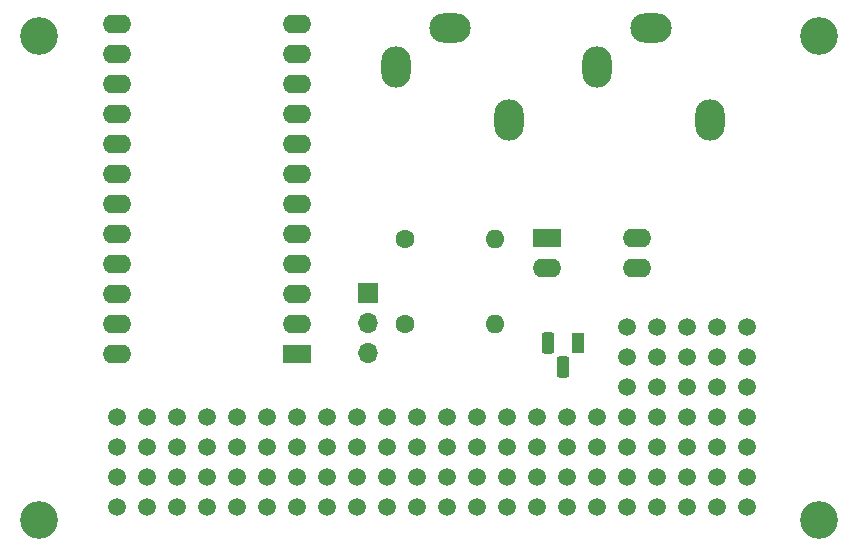
<source format=gbr>
%TF.GenerationSoftware,KiCad,Pcbnew,(6.0.2)*%
%TF.CreationDate,2022-03-17T13:29:54+09:00*%
%TF.ProjectId,KiCad,4b694361-642e-46b6-9963-61645f706362,rev?*%
%TF.SameCoordinates,Original*%
%TF.FileFunction,Soldermask,Bot*%
%TF.FilePolarity,Negative*%
%FSLAX46Y46*%
G04 Gerber Fmt 4.6, Leading zero omitted, Abs format (unit mm)*
G04 Created by KiCad (PCBNEW (6.0.2)) date 2022-03-17 13:29:54*
%MOMM*%
%LPD*%
G01*
G04 APERTURE LIST*
G04 Aperture macros list*
%AMRoundRect*
0 Rectangle with rounded corners*
0 $1 Rounding radius*
0 $2 $3 $4 $5 $6 $7 $8 $9 X,Y pos of 4 corners*
0 Add a 4 corners polygon primitive as box body*
4,1,4,$2,$3,$4,$5,$6,$7,$8,$9,$2,$3,0*
0 Add four circle primitives for the rounded corners*
1,1,$1+$1,$2,$3*
1,1,$1+$1,$4,$5*
1,1,$1+$1,$6,$7*
1,1,$1+$1,$8,$9*
0 Add four rect primitives between the rounded corners*
20,1,$1+$1,$2,$3,$4,$5,0*
20,1,$1+$1,$4,$5,$6,$7,0*
20,1,$1+$1,$6,$7,$8,$9,0*
20,1,$1+$1,$8,$9,$2,$3,0*%
G04 Aperture macros list end*
%ADD10C,1.500000*%
%ADD11C,1.600000*%
%ADD12O,1.600000X1.600000*%
%ADD13O,2.400000X1.600000*%
%ADD14R,2.400000X1.600000*%
%ADD15RoundRect,0.275000X0.275000X0.625000X-0.275000X0.625000X-0.275000X-0.625000X0.275000X-0.625000X0*%
%ADD16R,1.100000X1.800000*%
%ADD17C,3.200000*%
%ADD18R,1.700000X1.700000*%
%ADD19O,1.700000X1.700000*%
%ADD20O,2.500000X3.500000*%
%ADD21O,3.500000X2.500000*%
G04 APERTURE END LIST*
D10*
%TO.C,*%
X160020000Y-114300000D03*
%TD*%
%TO.C,*%
X162560000Y-114300000D03*
%TD*%
%TO.C,*%
X147320000Y-114300000D03*
%TD*%
%TO.C,*%
X152400000Y-114300000D03*
%TD*%
%TO.C,*%
X149860000Y-114300000D03*
%TD*%
%TO.C,*%
X144780000Y-114300000D03*
%TD*%
%TO.C,*%
X157480000Y-114300000D03*
%TD*%
%TO.C,*%
X154940000Y-114300000D03*
%TD*%
%TO.C,*%
X134620000Y-114300000D03*
%TD*%
%TO.C,*%
X142240000Y-114300000D03*
%TD*%
%TO.C,*%
X139700000Y-114300000D03*
%TD*%
%TO.C,*%
X137160000Y-114300000D03*
%TD*%
%TO.C,*%
X132080000Y-114300000D03*
%TD*%
%TO.C,*%
X129540000Y-114300000D03*
%TD*%
D11*
%TO.C,R2*%
X153990000Y-106400000D03*
D12*
X161610000Y-106400000D03*
%TD*%
D13*
%TO.C,U2*%
X129545000Y-108975000D03*
X129545000Y-106435000D03*
X129545000Y-103895000D03*
X129545000Y-101355000D03*
X129545000Y-98815000D03*
X129545000Y-96275000D03*
X129545000Y-93735000D03*
X129545000Y-91195000D03*
X129545000Y-88655000D03*
X129545000Y-86115000D03*
X129545000Y-83575000D03*
X129545000Y-81035000D03*
X144785000Y-81035000D03*
X144785000Y-83575000D03*
X144785000Y-86115000D03*
X144785000Y-88655000D03*
X144785000Y-91195000D03*
X144785000Y-93735000D03*
X144785000Y-96275000D03*
X144785000Y-98815000D03*
X144785000Y-101355000D03*
X144785000Y-103895000D03*
X144785000Y-106435000D03*
D14*
X144785000Y-108975000D03*
%TD*%
D10*
%TO.C,*%
X175260000Y-106680000D03*
%TD*%
%TO.C,*%
X180340000Y-106680000D03*
%TD*%
%TO.C,*%
X177800000Y-106680000D03*
%TD*%
%TO.C,*%
X172720000Y-106680000D03*
%TD*%
%TO.C,*%
X182880000Y-106680000D03*
%TD*%
%TO.C,*%
X182880000Y-109220000D03*
%TD*%
%TO.C,*%
X172720000Y-109220000D03*
%TD*%
%TO.C,*%
X177800000Y-109220000D03*
%TD*%
%TO.C,*%
X180340000Y-109220000D03*
%TD*%
%TO.C,*%
X175260000Y-109220000D03*
%TD*%
%TO.C,*%
X165100000Y-114300000D03*
%TD*%
%TO.C,*%
X182880000Y-114300000D03*
%TD*%
%TO.C,*%
X182880000Y-111760000D03*
%TD*%
%TO.C,*%
X182880000Y-119380000D03*
%TD*%
%TO.C,*%
X182880000Y-116840000D03*
%TD*%
%TO.C,*%
X182880000Y-121920000D03*
%TD*%
%TO.C,*%
X172720000Y-121920000D03*
%TD*%
%TO.C,*%
X175260000Y-121920000D03*
%TD*%
%TO.C,*%
X167640000Y-121920000D03*
%TD*%
%TO.C,*%
X180340000Y-121920000D03*
%TD*%
%TO.C,*%
X165100000Y-121920000D03*
%TD*%
%TO.C,*%
X162560000Y-121920000D03*
%TD*%
%TO.C,*%
X157480000Y-121920000D03*
%TD*%
%TO.C,*%
X170180000Y-121920000D03*
%TD*%
%TO.C,*%
X177800000Y-121920000D03*
%TD*%
%TO.C,*%
X147320000Y-121920000D03*
%TD*%
%TO.C,*%
X160020000Y-121920000D03*
%TD*%
%TO.C,*%
X149860000Y-121920000D03*
%TD*%
%TO.C,*%
X144780000Y-121920000D03*
%TD*%
%TO.C,*%
X139700000Y-121920000D03*
%TD*%
%TO.C,*%
X137160000Y-121920000D03*
%TD*%
%TO.C,*%
X134620000Y-121920000D03*
%TD*%
%TO.C,*%
X152400000Y-121920000D03*
%TD*%
%TO.C,*%
X132080000Y-121920000D03*
%TD*%
%TO.C,*%
X142240000Y-121920000D03*
%TD*%
%TO.C,*%
X154940000Y-121920000D03*
%TD*%
%TO.C,*%
X129540000Y-121920000D03*
%TD*%
%TO.C,*%
X129540000Y-119380000D03*
%TD*%
%TO.C,*%
X129540000Y-116840000D03*
%TD*%
%TO.C,*%
X172720000Y-114300000D03*
%TD*%
%TO.C,*%
X175260000Y-114300000D03*
%TD*%
%TO.C,*%
X172720000Y-111760000D03*
%TD*%
%TO.C,*%
X177800000Y-111760000D03*
%TD*%
%TO.C,*%
X167640000Y-114300000D03*
%TD*%
%TO.C,*%
X180340000Y-114300000D03*
%TD*%
%TO.C,*%
X175260000Y-111760000D03*
%TD*%
%TO.C,*%
X170180000Y-114300000D03*
%TD*%
%TO.C,*%
X177800000Y-114300000D03*
%TD*%
%TO.C,*%
X180340000Y-111760000D03*
%TD*%
%TO.C,*%
X172720000Y-119380000D03*
%TD*%
%TO.C,*%
X175260000Y-119380000D03*
%TD*%
%TO.C,*%
X170180000Y-119380000D03*
%TD*%
%TO.C,*%
X172720000Y-116840000D03*
%TD*%
%TO.C,*%
X177800000Y-116840000D03*
%TD*%
%TO.C,*%
X165100000Y-119380000D03*
%TD*%
%TO.C,*%
X162560000Y-119380000D03*
%TD*%
%TO.C,*%
X160020000Y-119380000D03*
%TD*%
%TO.C,*%
X175260000Y-116840000D03*
%TD*%
%TO.C,*%
X170180000Y-116840000D03*
%TD*%
%TO.C,*%
X177800000Y-119380000D03*
%TD*%
%TO.C,*%
X157480000Y-119380000D03*
%TD*%
%TO.C,*%
X167640000Y-119380000D03*
%TD*%
%TO.C,*%
X180340000Y-119380000D03*
%TD*%
%TO.C,*%
X180340000Y-116840000D03*
%TD*%
%TO.C,*%
X160020000Y-116840000D03*
%TD*%
%TO.C,*%
X167640000Y-116840000D03*
%TD*%
%TO.C,*%
X165100000Y-116840000D03*
%TD*%
%TO.C,*%
X162560000Y-116840000D03*
%TD*%
%TO.C,*%
X157480000Y-116840000D03*
%TD*%
%TO.C,*%
X152400000Y-119380000D03*
%TD*%
%TO.C,*%
X149860000Y-119380000D03*
%TD*%
%TO.C,*%
X147320000Y-119380000D03*
%TD*%
%TO.C,*%
X144780000Y-119380000D03*
%TD*%
%TO.C,*%
X154940000Y-119380000D03*
%TD*%
%TO.C,*%
X147320000Y-116840000D03*
%TD*%
%TO.C,*%
X154940000Y-116840000D03*
%TD*%
%TO.C,*%
X152400000Y-116840000D03*
%TD*%
%TO.C,*%
X149860000Y-116840000D03*
%TD*%
%TO.C,*%
X144780000Y-116840000D03*
%TD*%
%TO.C,*%
X134620000Y-119380000D03*
%TD*%
%TO.C,*%
X142240000Y-119380000D03*
%TD*%
%TO.C,*%
X139700000Y-119380000D03*
%TD*%
%TO.C,*%
X137160000Y-119380000D03*
%TD*%
%TO.C,*%
X132080000Y-119380000D03*
%TD*%
%TO.C,*%
X142240000Y-116840000D03*
%TD*%
%TO.C,*%
X139700000Y-116840000D03*
%TD*%
%TO.C,*%
X137160000Y-116840000D03*
%TD*%
%TO.C,*%
X134620000Y-116840000D03*
%TD*%
%TO.C,*%
X132080000Y-116840000D03*
%TD*%
D15*
%TO.C,Q1*%
X166060000Y-108000000D03*
X167330000Y-110070000D03*
D16*
X168600000Y-108000000D03*
%TD*%
D17*
%TO.C,H4*%
X189000000Y-123000000D03*
%TD*%
%TO.C,H3*%
X123000000Y-123000000D03*
%TD*%
%TO.C,H2*%
X189000000Y-82000000D03*
%TD*%
%TO.C,H1*%
X123000000Y-82000000D03*
%TD*%
D13*
%TO.C,U1*%
X173620000Y-99125000D03*
X173620000Y-101665000D03*
X166000000Y-101665000D03*
D14*
X166000000Y-99125000D03*
%TD*%
D12*
%TO.C,R1*%
X161610000Y-99200000D03*
D11*
X153990000Y-99200000D03*
%TD*%
D18*
%TO.C,JP1*%
X150800000Y-103775000D03*
D19*
X150800000Y-106315000D03*
X150800000Y-108855000D03*
%TD*%
D20*
%TO.C,J2*%
X179800000Y-89150000D03*
D21*
X174750000Y-81350000D03*
D20*
X170200000Y-84650000D03*
%TD*%
%TO.C,J1*%
X162800000Y-89150000D03*
D21*
X157750000Y-81350000D03*
D20*
X153200000Y-84650000D03*
%TD*%
M02*

</source>
